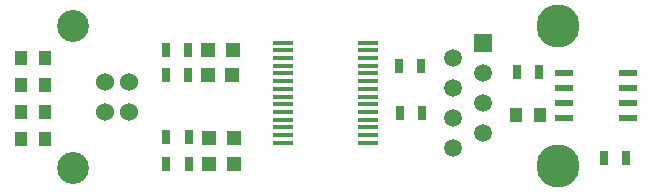
<source format=gts>
G04 #@! TF.FileFunction,Soldermask,Top*
%FSLAX46Y46*%
G04 Gerber Fmt 4.6, Leading zero omitted, Abs format (unit mm)*
G04 Created by KiCad (PCBNEW 4.0.2-stable) date Wednesday, October 12, 2016 'AMt' 12:25:19 AM*
%MOMM*%
G01*
G04 APERTURE LIST*
%ADD10C,0.100000*%
%ADD11R,1.198880X1.198880*%
%ADD12R,0.700000X1.300000*%
%ADD13R,1.000000X1.250000*%
%ADD14R,1.750000X0.450000*%
%ADD15R,1.550000X0.600000*%
%ADD16C,3.649980*%
%ADD17R,1.501140X1.501140*%
%ADD18C,1.501140*%
%ADD19C,1.524000*%
%ADD20C,2.700020*%
G04 APERTURE END LIST*
D10*
D11*
X158657980Y-108694000D03*
X160756020Y-108694000D03*
X158657980Y-110894000D03*
X160756020Y-110894000D03*
D12*
X155032000Y-110894000D03*
X156932000Y-110894000D03*
X155017500Y-108630500D03*
X156917500Y-108630500D03*
D13*
X144764000Y-101981000D03*
X142764000Y-101981000D03*
X144764000Y-104267000D03*
X142764000Y-104267000D03*
X144764000Y-106553000D03*
X142764000Y-106553000D03*
X144764000Y-108839000D03*
X142764000Y-108839000D03*
X186674000Y-106807000D03*
X184674000Y-106807000D03*
D11*
X158589980Y-101282500D03*
X160688020Y-101282500D03*
X158526480Y-103378000D03*
X160624520Y-103378000D03*
D12*
X155006000Y-103378000D03*
X156906000Y-103378000D03*
X193990000Y-110426500D03*
X192090000Y-110426500D03*
X176632000Y-102644000D03*
X174732000Y-102644000D03*
X184724000Y-103124000D03*
X186624000Y-103124000D03*
X176682000Y-106644000D03*
X174782000Y-106644000D03*
D14*
X172082000Y-109119000D03*
X172082000Y-108469000D03*
X172082000Y-107819000D03*
X172082000Y-107169000D03*
X172082000Y-106519000D03*
X172082000Y-105869000D03*
X172082000Y-105219000D03*
X172082000Y-104569000D03*
X172082000Y-103919000D03*
X172082000Y-103269000D03*
X172082000Y-102619000D03*
X172082000Y-101969000D03*
X172082000Y-101319000D03*
X172082000Y-100669000D03*
X164882000Y-100669000D03*
X164882000Y-101319000D03*
X164882000Y-101969000D03*
X164882000Y-102619000D03*
X164882000Y-103269000D03*
X164882000Y-103919000D03*
X164882000Y-104569000D03*
X164882000Y-105219000D03*
X164882000Y-105869000D03*
X164882000Y-106519000D03*
X164882000Y-107169000D03*
X164882000Y-107819000D03*
X164882000Y-108469000D03*
X164882000Y-109119000D03*
D15*
X194089000Y-107061000D03*
X194089000Y-105791000D03*
X194089000Y-104521000D03*
X194089000Y-103251000D03*
X188689000Y-103251000D03*
X188689000Y-104521000D03*
X188689000Y-105791000D03*
X188689000Y-107061000D03*
D12*
X155006000Y-101282500D03*
X156906000Y-101282500D03*
D16*
X188207000Y-111088420D03*
X188207000Y-99219000D03*
D17*
X181857000Y-100704900D03*
D18*
X179317000Y-101974900D03*
X181857000Y-103244900D03*
X179317000Y-104514900D03*
X181857000Y-105784900D03*
X179317000Y-107054900D03*
X181857000Y-108324900D03*
X179317000Y-109594900D03*
D19*
X151831000Y-106538480D03*
X151831000Y-103998480D03*
X149832020Y-103998480D03*
X149832020Y-106538480D03*
D20*
X147132000Y-111267960D03*
X147132000Y-99269000D03*
M02*

</source>
